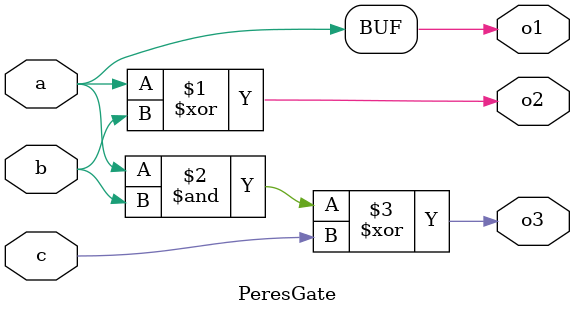
<source format=v>

module PeresGate (
  input a,
  input b,
  input c,
  output o1,
  output o2,
  output o3
);
  assign o1 = a;
  assign o2 = a^b;
  assign o3 = ((a&b)^c);
endmodule

</source>
